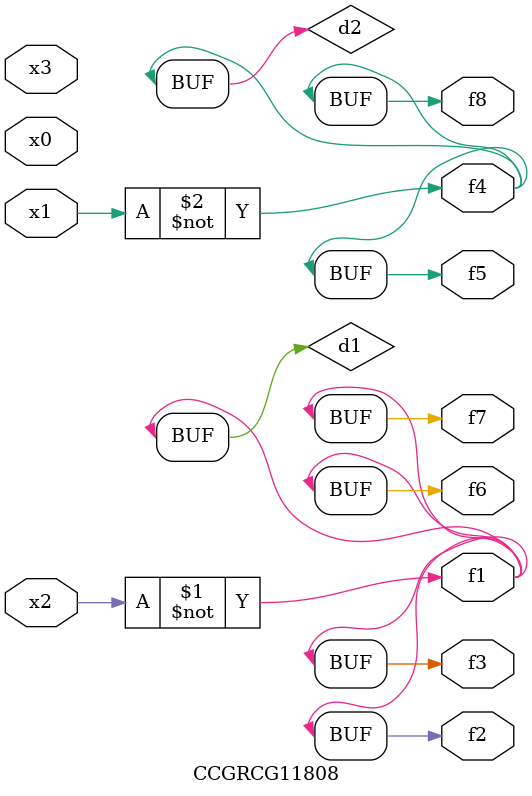
<source format=v>
module CCGRCG11808(
	input x0, x1, x2, x3,
	output f1, f2, f3, f4, f5, f6, f7, f8
);

	wire d1, d2;

	xnor (d1, x2);
	not (d2, x1);
	assign f1 = d1;
	assign f2 = d1;
	assign f3 = d1;
	assign f4 = d2;
	assign f5 = d2;
	assign f6 = d1;
	assign f7 = d1;
	assign f8 = d2;
endmodule

</source>
